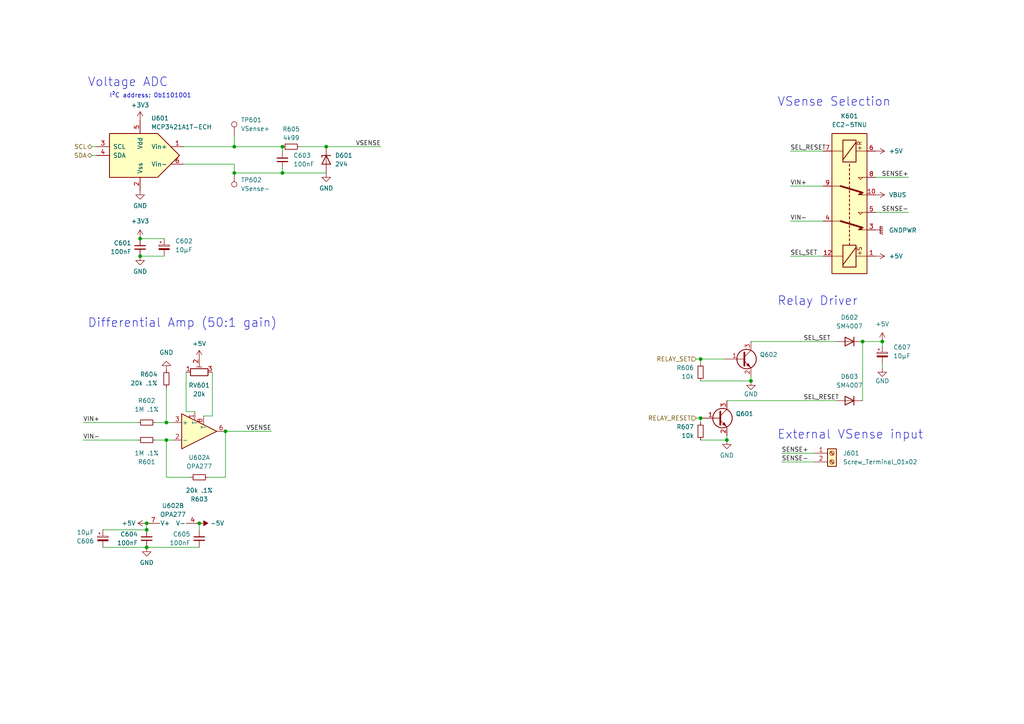
<source format=kicad_sch>
(kicad_sch (version 20211123) (generator eeschema)
  (paper "A4")
  (title_block (title "Dual Programmable Load Driver") (date "2022-04-01") (rev "2") (comment 1 "Input/feedback resistors on U602 must be .1%, low tempco") (comment 2 "RV601 adjusts VSense null offset"))
  (lib_symbols
    (symbol "Analog_ADC:MCP3421A0T-ECH" (pin_names (offset 1.016))
      (property "Reference" "U" (at -10.16 7.62 0))
      (property "Value" "MCP3421A0T-ECH" (at 2.54 7.62 0))
      (symbol "MCP3421A0T-ECH_0_1"
        (polyline (pts (xy -5.08 6.35) (xy 8.89 6.35) (xy 8.89 0) (xy 8.89 -6.35) (xy -5.08 -6.35) (xy -11.43 0) (xy -5.08 6.35)) (stroke (width 0.254)) (fill (type background)))
      )
      (symbol "MCP3421A0T-ECH_1_1"
        (pin passive line (at -12.7 2.54 0) (length 3.81) (name "Vin+") (number "1"))
        (pin power_in line (at 0 -10.16 90) (length 3.81) (name "Vss") (number "2"))
        (pin input line (at 12.7 2.54 180) (length 3.81) (name "SCL") (number "3"))
        (pin bidirectional line (at 12.7 0 180) (length 3.81) (name "SDA") (number "4"))
        (pin power_in line (at 0 10.16 270) (length 3.81) (name "Vdd") (number "5"))
        (pin passive line (at -12.7 -2.54 0) (length 3.81) (name "Vin-") (number "6"))
      )
    )
    (symbol "Connector:Screw_Terminal_01x02" (pin_names (offset 1.016) hide)
      (property "Reference" "J" (at 0 2.54 0))
      (property "Value" "Screw_Terminal_01x02" (at 0 -5.08 0))
      (symbol "Screw_Terminal_01x02_1_1"
        (rectangle (start -1.27 1.27) (end 1.27 -3.81) (stroke (width 0.254)) (fill (type background)))
        (circle (center 0 -2.54) (radius 0.635) (stroke (width 0.1524)))
        (polyline (pts (xy -0.5334 -2.2098) (xy 0.3302 -3.048)) (stroke (width 0.1524)))
        (polyline (pts (xy -0.5334 0.3302) (xy 0.3302 -0.508)) (stroke (width 0.1524)))
        (polyline (pts (xy -0.3556 -2.032) (xy 0.508 -2.8702)) (stroke (width 0.1524)))
        (polyline (pts (xy -0.3556 0.508) (xy 0.508 -0.3302)) (stroke (width 0.1524)))
        (circle (center 0 0) (radius 0.635) (stroke (width 0.1524)))
        (pin passive line (at -5.08 0 0) (length 3.81) (name "Pin_1") (number "1"))
        (pin passive line (at -5.08 -2.54 0) (length 3.81) (name "Pin_2") (number "2"))
      )
    )
    (symbol "Connector:TestPoint" (pin_numbers hide) (pin_names (offset 0.762) hide)
      (property "Reference" "TP" (at 0 6.858 0))
      (property "Value" "TestPoint" (at 0 5.08 0))
      (symbol "TestPoint_0_1"
        (circle (center 0 3.302) (radius 0.762))
      )
      (symbol "TestPoint_1_1"
        (pin passive line (at 0 0 90) (length 2.54) (name "1") (number "1"))
      )
    )
    (symbol "Device:C_Polarized_Small" (pin_numbers hide) (pin_names (offset 0.254) hide)
      (property "Reference" "C" (at 0.254 1.778 0))
      (property "Value" "C_Polarized_Small" (at 0.254 -2.032 0))
      (symbol "C_Polarized_Small_0_1"
        (rectangle (start -1.524 -0.3048) (end 1.524 -0.6858) (fill (type outline)))
        (rectangle (start -1.524 0.6858) (end 1.524 0.3048))
        (polyline (pts (xy -1.27 1.524) (xy -0.762 1.524)))
        (polyline (pts (xy -1.016 1.27) (xy -1.016 1.778)))
      )
      (symbol "C_Polarized_Small_1_1"
        (pin passive line (at 0 2.54 270) (length 1.8542) (name "~") (number "1"))
        (pin passive line (at 0 -2.54 90) (length 1.8542) (name "~") (number "2"))
      )
    )
    (symbol "Device:C_Small" (pin_numbers hide) (pin_names (offset 0.254) hide)
      (property "Reference" "C" (at 0.254 1.778 0))
      (property "Value" "C_Small" (at 0.254 -2.032 0))
      (symbol "C_Small_0_1"
        (polyline (pts (xy -1.524 -0.508) (xy 1.524 -0.508)) (stroke (width 0.3302)))
        (polyline (pts (xy -1.524 0.508) (xy 1.524 0.508)) (stroke (width 0.3048)))
      )
      (symbol "C_Small_1_1"
        (pin passive line (at 0 2.54 270) (length 2.032) (name "~") (number "1"))
        (pin passive line (at 0 -2.54 90) (length 2.032) (name "~") (number "2"))
      )
    )
    (symbol "Device:D_Zener" (pin_numbers hide) (pin_names (offset 1.016) hide)
      (property "Reference" "D" (at 0 2.54 0))
      (property "Value" "D_Zener" (at 0 -2.54 0))
      (symbol "D_Zener_0_1"
        (polyline (pts (xy 1.27 0) (xy -1.27 0)))
        (polyline (pts (xy -1.27 -1.27) (xy -1.27 1.27) (xy -0.762 1.27)) (stroke (width 0.254)))
        (polyline (pts (xy 1.27 -1.27) (xy 1.27 1.27) (xy -1.27 0) (xy 1.27 -1.27)) (stroke (width 0.254)))
      )
      (symbol "D_Zener_1_1"
        (pin passive line (at -3.81 0 0) (length 2.54) (name "K") (number "1"))
        (pin passive line (at 3.81 0 180) (length 2.54) (name "A") (number "2"))
      )
    )
    (symbol "Device:R_Potentiometer_Trim" (pin_names (offset 1.016) hide)
      (property "Reference" "RV" (at -4.445 0 90))
      (property "Value" "R_Potentiometer_Trim" (at -2.54 0 90))
      (symbol "R_Potentiometer_Trim_0_1"
        (polyline (pts (xy 1.524 0.762) (xy 1.524 -0.762)))
        (polyline (pts (xy 2.54 0) (xy 1.524 0)))
        (rectangle (start 1.016 2.54) (end -1.016 -2.54) (stroke (width 0.254)))
      )
      (symbol "R_Potentiometer_Trim_1_1"
        (pin passive line (at 0 3.81 270) (length 1.27) (name "1") (number "1"))
        (pin passive line (at 3.81 0 180) (length 1.27) (name "2") (number "2"))
        (pin passive line (at 0 -3.81 90) (length 1.27) (name "3") (number "3"))
      )
    )
    (symbol "Device:R_Small" (pin_numbers hide) (pin_names (offset 0.254) hide)
      (property "Reference" "R" (at 0.762 0.508 0))
      (property "Value" "R_Small" (at 0.762 -1.016 0))
      (symbol "R_Small_0_1"
        (rectangle (start -0.762 1.778) (end 0.762 -1.778) (stroke (width 0.2032)))
      )
      (symbol "R_Small_1_1"
        (pin passive line (at 0 2.54 270) (length 0.762) (name "~") (number "1"))
        (pin passive line (at 0 -2.54 90) (length 0.762) (name "~") (number "2"))
      )
    )
    (symbol "Diode:SM4007" (pin_numbers hide) (pin_names (offset 1.016) hide)
      (property "Reference" "D" (at 0 2.54 0))
      (property "Value" "SM4007" (at 0 -2.54 0))
      (symbol "SM4007_0_1"
        (polyline (pts (xy -1.27 1.27) (xy -1.27 -1.27)) (stroke (width 0.254)))
        (polyline (pts (xy 1.27 0) (xy -1.27 0)))
        (polyline (pts (xy 1.27 1.27) (xy 1.27 -1.27) (xy -1.27 0) (xy 1.27 1.27)) (stroke (width 0.254)))
      )
      (symbol "SM4007_1_1"
        (pin passive line (at -3.81 0 0) (length 2.54) (name "K") (number "1"))
        (pin passive line (at 3.81 0 180) (length 2.54) (name "A") (number "2"))
      )
    )
    (symbol "Relay:EC2-5TNU"
      (property "Reference" "K" (at 17.78 8.89 0))
      (property "Value" "EC2-5TNU" (at 21.59 6.35 0))
      (symbol "EC2-5TNU_1_1"
        (rectangle (start -20.32 5.08) (end 20.32 -5.08) (stroke (width 0.254)) (fill (type background)))
        (rectangle (start -18.415 1.905) (end -12.065 -1.905) (stroke (width 0.254)))
        (polyline (pts (xy -17.78 -1.905) (xy -12.7 1.905)) (stroke (width 0.254)))
        (polyline (pts (xy -15.24 -5.08) (xy -15.24 -1.905)))
        (polyline (pts (xy -15.24 5.08) (xy -15.24 1.905)))
        (polyline (pts (xy -12.065 0) (xy -11.43 0)) (stroke (width 0.254)))
        (polyline (pts (xy -10.795 0) (xy -10.16 0)) (stroke (width 0.254)))
        (polyline (pts (xy -9.525 0) (xy -8.89 0)) (stroke (width 0.254)))
        (polyline (pts (xy -8.255 0) (xy -7.62 0)) (stroke (width 0.254)))
        (polyline (pts (xy -6.985 0) (xy -6.35 0)) (stroke (width 0.254)))
        (polyline (pts (xy -5.715 0) (xy -5.08 0)) (stroke (width 0.254)))
        (polyline (pts (xy -5.08 -2.54) (xy -6.985 3.81)) (stroke (width 0.508)))
        (polyline (pts (xy -5.08 -2.54) (xy -5.08 -5.08)))
        (polyline (pts (xy -4.445 0) (xy -3.81 0)) (stroke (width 0.254)))
        (polyline (pts (xy -3.175 0) (xy -2.54 0)) (stroke (width 0.254)))
        (polyline (pts (xy -1.905 0) (xy -1.27 0)) (stroke (width 0.254)))
        (polyline (pts (xy -0.635 0) (xy 0 0)) (stroke (width 0.254)))
        (polyline (pts (xy 0.635 0) (xy 1.27 0)) (stroke (width 0.254)))
        (polyline (pts (xy 1.905 0) (xy 2.54 0)) (stroke (width 0.254)))
        (polyline (pts (xy 3.175 0) (xy 3.81 0)) (stroke (width 0.254)))
        (polyline (pts (xy 4.445 0) (xy 5.08 0)) (stroke (width 0.254)))
        (polyline (pts (xy 5.08 -2.54) (xy 3.175 3.81)) (stroke (width 0.508)))
        (polyline (pts (xy 5.08 -2.54) (xy 5.08 -5.08)))
        (polyline (pts (xy 5.715 0) (xy 6.35 0)) (stroke (width 0.254)))
        (polyline (pts (xy 6.985 0) (xy 7.62 0)) (stroke (width 0.254)))
        (polyline (pts (xy 8.255 0) (xy 8.89 0)) (stroke (width 0.254)))
        (polyline (pts (xy 9.525 0) (xy 10.16 0)) (stroke (width 0.254)))
        (polyline (pts (xy 10.795 0) (xy 11.43 0)) (stroke (width 0.254)))
        (polyline (pts (xy 12.7 -1.905) (xy 17.78 1.905)) (stroke (width 0.254)))
        (polyline (pts (xy 15.24 -5.08) (xy 15.24 -1.905)))
        (polyline (pts (xy 15.24 5.08) (xy 15.24 1.905)))
        (polyline (pts (xy -7.62 5.08) (xy -7.62 2.54) (xy -6.985 3.175) (xy -7.62 3.81)) (fill (type outline)))
        (polyline (pts (xy -2.54 5.08) (xy -2.54 2.54) (xy -3.175 3.175) (xy -2.54 3.81)))
        (polyline (pts (xy 2.54 5.08) (xy 2.54 2.54) (xy 3.175 3.175) (xy 2.54 3.81)) (fill (type outline)))
        (polyline (pts (xy 7.62 5.08) (xy 7.62 2.54) (xy 6.985 3.175) (xy 7.62 3.81)))
        (rectangle (start 12.065 1.905) (end 18.415 -1.905) (stroke (width 0.254)))
        (text "+" (at -14.351 2.921 0) (effects (font (size 1.27 1.27))))
        (text "+" (at 16.129 2.921 0) (effects (font (size 1.27 1.27))))
        (text "R" (at 17.526 2.921 0) (effects (font (size 1.27 1.27))))
        (text "S" (at -13.081 2.921 0) (effects (font (size 1.27 1.27))))
        (pin passive line (at -15.24 7.62 270) (length 2.54) (name "~") (number "1"))
        (pin passive line (at 2.54 7.62 270) (length 2.54) (name "~") (number "10"))
        (pin passive line (at -15.24 -7.62 90) (length 2.54) (name "~") (number "12"))
        (pin passive line (at -7.62 7.62 270) (length 2.54) (name "~") (number "3"))
        (pin passive line (at -5.08 -7.62 90) (length 2.54) (name "~") (number "4"))
        (pin passive line (at -2.54 7.62 270) (length 2.54) (name "~") (number "5"))
        (pin passive line (at 15.24 7.62 270) (length 2.54) (name "~") (number "6"))
        (pin passive line (at 15.24 -7.62 90) (length 2.54) (name "~") (number "7"))
        (pin passive line (at 7.62 7.62 270) (length 2.54) (name "~") (number "8"))
        (pin passive line (at 5.08 -7.62 90) (length 2.54) (name "~") (number "9"))
      )
    )
    (symbol "Transistor_BJT:MMBT3904" (pin_names (offset 0) hide)
      (property "Reference" "Q" (at 5.08 1.905 0))
      (property "Value" "MMBT3904" (at 5.08 0 0))
      (symbol "MMBT3904_0_1"
        (polyline (pts (xy 0.635 0.635) (xy 2.54 2.54)))
        (polyline (pts (xy 0.635 -0.635) (xy 2.54 -2.54) (xy 2.54 -2.54)))
        (polyline (pts (xy 0.635 1.905) (xy 0.635 -1.905) (xy 0.635 -1.905)) (stroke (width 0.508)))
        (polyline (pts (xy 1.27 -1.778) (xy 1.778 -1.27) (xy 2.286 -2.286) (xy 1.27 -1.778) (xy 1.27 -1.778)) (fill (type outline)))
        (circle (center 1.27 0) (radius 2.8194) (stroke (width 0.254)))
      )
      (symbol "MMBT3904_1_1"
        (pin input line (at -5.08 0 0) (length 5.715) (name "B") (number "1"))
        (pin passive line (at 2.54 -5.08 90) (length 2.54) (name "E") (number "2"))
        (pin passive line (at 2.54 5.08 270) (length 2.54) (name "C") (number "3"))
      )
    )
    (symbol "power:+3V3" (power) (pin_names (offset 0))
      (property "Value" "+3V3" (at 0 3.556 0))
      (symbol "+3V3_0_1"
        (polyline (pts (xy -0.762 1.27) (xy 0 2.54)))
        (polyline (pts (xy 0 0) (xy 0 2.54)))
        (polyline (pts (xy 0 2.54) (xy 0.762 1.27)))
      )
      (symbol "+3V3_1_1"
        (pin power_in line (at 0 0 90) (length 0) hide (name "+3V3") (number "1"))
      )
    )
    (symbol "power:+5V" (power) (pin_names (offset 0))
      (property "Value" "+5V" (at 0 3.556 0))
      (symbol "+5V_0_1"
        (polyline (pts (xy -0.762 1.27) (xy 0 2.54)))
        (polyline (pts (xy 0 0) (xy 0 2.54)))
        (polyline (pts (xy 0 2.54) (xy 0.762 1.27)))
      )
      (symbol "+5V_1_1"
        (pin power_in line (at 0 0 90) (length 0) hide (name "+5V") (number "1"))
      )
    )
    (symbol "power:-5V" (power) (pin_names (offset 0))
      (property "Value" "-5V" (at 0 3.81 0))
      (symbol "-5V_0_0"
        (pin power_in line (at 0 0 90) (length 0) hide (name "-5V") (number "1"))
      )
      (symbol "-5V_0_1"
        (polyline (pts (xy 0 0) (xy 0 1.27) (xy 0.762 1.27) (xy 0 2.54) (xy -0.762 1.27) (xy 0 1.27)) (fill (type outline)))
      )
    )
    (symbol "power:GND" (power) (pin_names (offset 0))
      (property "Value" "GND" (at 0 -3.81 0))
      (symbol "GND_0_1"
        (polyline (pts (xy 0 0) (xy 0 -1.27) (xy 1.27 -1.27) (xy 0 -2.54) (xy -1.27 -1.27) (xy 0 -1.27)))
      )
      (symbol "GND_1_1"
        (pin power_in line (at 0 0 270) (length 0) hide (name "GND") (number "1"))
      )
    )
    (symbol "power:GNDPWR" (power) (pin_names (offset 0))
      (property "Value" "GNDPWR" (at 0 -3.302 0))
      (symbol "GNDPWR_0_1"
        (polyline (pts (xy 0 -1.27) (xy 0 0)))
        (polyline (pts (xy -1.016 -1.27) (xy -1.27 -2.032) (xy -1.27 -2.032)) (stroke (width 0.2032)))
        (polyline (pts (xy -0.508 -1.27) (xy -0.762 -2.032) (xy -0.762 -2.032)) (stroke (width 0.2032)))
        (polyline (pts (xy 0 -1.27) (xy -0.254 -2.032) (xy -0.254 -2.032)) (stroke (width 0.2032)))
        (polyline (pts (xy 0.508 -1.27) (xy 0.254 -2.032) (xy 0.254 -2.032)) (stroke (width 0.2032)))
        (polyline (pts (xy 1.016 -1.27) (xy -1.016 -1.27) (xy -1.016 -1.27)) (stroke (width 0.2032)))
        (polyline (pts (xy 1.016 -1.27) (xy 0.762 -2.032) (xy 0.762 -2.032) (xy 0.762 -2.032)) (stroke (width 0.2032)))
      )
      (symbol "GNDPWR_1_1"
        (pin power_in line (at 0 0 270) (length 0) hide (name "GNDPWR") (number "1"))
      )
    )
    (symbol "power:VBUS" (power) (pin_names (offset 0))
      (property "Value" "VBUS" (at 0 3.81 0))
      (symbol "VBUS_0_1"
        (polyline (pts (xy -0.762 1.27) (xy 0 2.54)))
        (polyline (pts (xy 0 0) (xy 0 2.54)))
        (polyline (pts (xy 0 2.54) (xy 0.762 1.27)))
      )
      (symbol "VBUS_1_1"
        (pin power_in line (at 0 0 90) (length 0) hide (name "VBUS") (number "1"))
      )
    )
    (symbol "programmable-load:OPA277" (pin_names (offset 0.127))
      (property "Reference" "U" (at -5.08 8.89 0))
      (property "Value" "OPA277" (at 0 -5.08 0))
      (symbol "OPA277_1_1"
        (polyline (pts (xy -5.08 5.08) (xy 5.08 0) (xy -5.08 -5.08) (xy -5.08 5.08)) (stroke (width 0.254)) (fill (type background)))
        (pin passive line (at -1.27 5.715 270) (length 2.54) (name "T") (number "1"))
        (pin input line (at -7.62 -2.54 0) (length 2.54) (name "-") (number "2"))
        (pin input line (at -7.62 2.54 0) (length 2.54) (name "+") (number "3"))
        (pin no_connect line (at 5.08 -3.81 180) (length 2.54) hide (name "NC") (number "5"))
        (pin output line (at 7.62 0 180) (length 2.54) (name "~") (number "6"))
        (pin passive line (at 1.27 4.445 270) (length 2.54) (name "T") (number "8"))
      )
      (symbol "OPA277_2_1"
        (pin power_in line (at -2.54 -7.62 90) (length 3.81) (name "V-") (number "4"))
        (pin power_in line (at -2.54 7.62 270) (length 3.81) (name "V+") (number "7"))
      )
    )
  )
  (junction (at 217.805 110.49))
  (junction (at 81.915 50.165))
  (junction (at 65.405 125.095))
  (junction (at 48.26 122.555))
  (junction (at 40.64 69.215))
  (junction (at 210.82 127.635))
  (junction (at 67.945 50.165))
  (junction (at 203.2 121.285))
  (junction (at 67.945 42.545))
  (junction (at 42.545 153.67))
  (junction (at 94.615 42.545))
  (junction (at 57.785 151.765))
  (junction (at 255.905 99.06))
  (junction (at 40.64 74.295))
  (junction (at 81.915 42.545))
  (junction (at 48.26 127.635))
  (junction (at 203.2 104.14))
  (junction (at 42.545 151.765))
  (junction (at 250.19 99.06))
  (junction (at 42.545 158.75))
  (wire (pts (xy 238.76 74.295) (xy 229.235 74.295)))
  (wire (pts (xy 26.67 42.545) (xy 27.94 42.545)))
  (wire (pts (xy 86.995 42.545) (xy 94.615 42.545)))
  (wire (pts (xy 40.005 127.635) (xy 24.13 127.635)))
  (wire (pts (xy 203.2 104.14) (xy 203.2 105.41)))
  (wire (pts (xy 48.26 138.43) (xy 48.26 127.635)))
  (wire (pts (xy 238.76 43.815) (xy 229.235 43.815)))
  (wire (pts (xy 81.915 48.895) (xy 81.915 50.165)))
  (wire (pts (xy 45.085 127.635) (xy 48.26 127.635)))
  (wire (pts (xy 81.915 42.545) (xy 81.915 43.815)))
  (wire (pts (xy 26.67 45.085) (xy 27.94 45.085)))
  (wire (pts (xy 210.82 116.205) (xy 242.57 116.205)))
  (wire (pts (xy 203.2 121.285) (xy 203.2 122.555)))
  (wire (pts (xy 61.595 120.65) (xy 61.595 107.95)))
  (wire (pts (xy 254 51.435) (xy 263.525 51.435)))
  (wire (pts (xy 67.945 50.165) (xy 67.945 47.625)))
  (wire (pts (xy 57.785 151.765) (xy 57.785 153.67)))
  (wire (pts (xy 48.26 127.635) (xy 50.165 127.635)))
  (wire (pts (xy 250.19 99.06) (xy 250.19 116.205)))
  (wire (pts (xy 56.515 119.38) (xy 53.975 119.38)))
  (wire (pts (xy 201.93 121.285) (xy 203.2 121.285)))
  (wire (pts (xy 203.2 104.14) (xy 210.185 104.14)))
  (wire (pts (xy 45.085 122.555) (xy 48.26 122.555)))
  (wire (pts (xy 229.235 53.975) (xy 238.76 53.975)))
  (wire (pts (xy 29.845 153.67) (xy 42.545 153.67)))
  (wire (pts (xy 250.19 99.06) (xy 255.905 99.06)))
  (wire (pts (xy 217.805 109.22) (xy 217.805 110.49)))
  (wire (pts (xy 40.64 74.295) (xy 47.625 74.295)))
  (wire (pts (xy 48.26 112.395) (xy 48.26 122.555)))
  (wire (pts (xy 203.2 127.635) (xy 210.82 127.635)))
  (wire (pts (xy 67.945 39.37) (xy 67.945 42.545)))
  (wire (pts (xy 203.2 110.49) (xy 217.805 110.49)))
  (wire (pts (xy 42.545 158.75) (xy 57.785 158.75)))
  (wire (pts (xy 60.325 138.43) (xy 65.405 138.43)))
  (wire (pts (xy 210.82 127.635) (xy 210.82 126.365)))
  (wire (pts (xy 48.26 122.555) (xy 50.165 122.555)))
  (wire (pts (xy 65.405 138.43) (xy 65.405 125.095)))
  (wire (pts (xy 55.245 138.43) (xy 48.26 138.43)))
  (wire (pts (xy 201.93 104.14) (xy 203.2 104.14)))
  (wire (pts (xy 29.845 158.75) (xy 42.545 158.75)))
  (wire (pts (xy 67.945 47.625) (xy 53.34 47.625)))
  (wire (pts (xy 217.805 99.06) (xy 242.57 99.06)))
  (wire (pts (xy 59.055 120.65) (xy 61.595 120.65)))
  (wire (pts (xy 42.545 151.765) (xy 42.545 153.67)))
  (wire (pts (xy 94.615 42.545) (xy 110.49 42.545)))
  (wire (pts (xy 254 61.595) (xy 263.525 61.595)))
  (wire (pts (xy 229.235 64.135) (xy 238.76 64.135)))
  (wire (pts (xy 67.945 42.545) (xy 81.915 42.545)))
  (wire (pts (xy 65.405 125.095) (xy 78.74 125.095)))
  (wire (pts (xy 40.64 69.215) (xy 47.625 69.215)))
  (wire (pts (xy 40.005 122.555) (xy 24.13 122.555)))
  (wire (pts (xy 236.22 131.445) (xy 226.695 131.445)))
  (wire (pts (xy 255.905 105.41) (xy 255.905 106.68)))
  (wire (pts (xy 67.945 50.165) (xy 81.915 50.165)))
  (wire (pts (xy 236.22 133.985) (xy 226.695 133.985)))
  (wire (pts (xy 81.915 50.165) (xy 94.615 50.165)))
  (wire (pts (xy 53.34 42.545) (xy 67.945 42.545)))
  (wire (pts (xy 53.975 119.38) (xy 53.975 107.95)))
  (wire (pts (xy 255.905 99.06) (xy 255.905 100.33)))
  (text "External VSense input" (at 225.425 127.635 0) (effects (font (size 2.54 2.54)) (justify left bottom)))
  (text "Voltage ADC" (at 25.4 25.4 0) (effects (font (size 2.54 2.54)) (justify left bottom)))
  (text "Differential Amp (50:1 gain)" (at 25.4 95.25 0) (effects (font (size 2.54 2.54)) (justify left bottom)))
  (text "I²C address: 0b1101001" (at 31.75 28.575 0) (effects (font (size 1.27 1.27)) (justify left bottom)))
  (text "Relay Driver" (at 225.425 88.9 0) (effects (font (size 2.54 2.54)) (justify left bottom)))
  (text "VSense Selection" (at 225.425 31.115 0) (effects (font (size 2.54 2.54)) (justify left bottom)))
  (label "VIN-" (at 229.235 64.135 0))
  (label "VIN+" (at 229.235 53.975 0))
  (label "SEL_RESET" (at 233.045 116.205 0))
  (label "VSENSE" (at 110.49 42.545 180))
  (label "SEL_SET" (at 233.045 99.06 0))
  (label "VIN-" (at 24.13 127.635 0))
  (label "SEL_SET" (at 229.235 74.295 0))
  (label "SEL_RESET" (at 229.235 43.815 0))
  (label "VIN+" (at 24.13 122.555 0))
  (label "SENSE-" (at 263.525 61.595 180))
  (label "SENSE+" (at 226.695 131.445 0))
  (label "SENSE-" (at 226.695 133.985 0))
  (label "SENSE+" (at 263.525 51.435 180))
  (label "VSENSE" (at 78.74 125.095 180))
  (hierarchical_label "RELAY_RESET" (shape input) (at 201.93 121.285 180))
  (hierarchical_label "RELAY_SET" (shape input) (at 201.93 104.14 180))
  (hierarchical_label "SDA" (shape bidirectional) (at 26.67 45.085 180))
  (hierarchical_label "SCL" (shape bidirectional) (at 26.67 42.545 180))
  (symbol (lib_id "Device:R_Small") (at 48.26 109.855 0) (mirror x) (unit 1)
    (property "Reference" "R604" (at 45.72 108.5849 0) (effects (justify right)))
    (property "Value" "20k .1%" (at 45.72 111.1249 0) (effects (justify right)))
    (property "Footprint" "Resistor_SMD:R_0805_2012Metric_Pad1.20x1.40mm_HandSolder" (effects hide))
    (property "MPN" "ERA-6ARB203V" (effects hide))
  )
  (symbol (lib_id "power:GNDPWR") (at 254 66.675 90) (unit 1)
    (property "Reference" "#PWR0608" (effects hide))
    (property "Value" "GNDPWR" (at 257.81 66.8019 90) (effects (justify right)))
  )
  (symbol (lib_id "Device:C_Polarized_Small") (at 255.905 102.87 0) (unit 1)
    (property "Reference" "C607" (at 259.08 100.7109 0) (effects (justify left)))
    (property "Value" "10µF" (at 259.08 103.2509 0) (effects (justify left)))
    (property "Footprint" "Capacitor_THT:CP_Radial_D5.0mm_P2.00mm" (effects hide))
    (property "MPN" "860010472002" (effects hide))
  )
  (symbol (lib_id "Device:R_Small") (at 42.545 122.555 90) (unit 1)
    (property "Reference" "R602" (at 42.545 116.205 90))
    (property "Value" "1M .1%" (at 42.545 118.745 90))
    (property "Footprint" "Resistor_SMD:R_0805_2012Metric_Pad1.20x1.40mm_HandSolder" (effects hide))
    (property "MPN" "RN73C2A1M0BTDF" (effects hide))
  )
  (symbol (lib_id "Device:C_Polarized_Small") (at 29.845 156.21 0) (unit 1)
    (property "Reference" "C606" (at 27.305 156.934 0) (effects (justify right)))
    (property "Value" "10µF" (at 27.305 154.394 0) (effects (justify right)))
    (property "Footprint" "Capacitor_Tantalum_SMD:CP_EIA-3216-18_Kemet-A_Pad1.58x1.35mm_HandSolder" (effects hide))
    (property "MPN" "TAJA106K016RNJ" (effects hide))
  )
  (symbol (lib_id "power:GND") (at 255.905 106.68 0) (unit 1)
    (property "Reference" "#PWR0111" (effects hide))
    (property "Value" "GND" (at 255.905 110.49 0))
  )
  (symbol (lib_id "Connector:TestPoint") (at 67.945 39.37 0) (mirror y) (unit 1)
    (property "Reference" "TP601" (at 69.85 34.7979 0) (effects (justify right)))
    (property "Value" "VSense+" (at 69.85 37.3379 0) (effects (justify right)))
    (property "Footprint" "TestPoint:TestPoint_Keystone_5000-5004_Miniature" (effects hide))
    (property "Color" "Yellow" (effects hide))
    (property "MPN" "5004" (effects hide))
  )
  (symbol (lib_id "Device:C_Small") (at 57.785 156.21 0) (mirror y) (unit 1)
    (property "Reference" "C605" (at 55.245 154.9462 0) (effects (justify left)))
    (property "Value" "100nF" (at 55.245 157.4862 0) (effects (justify left)))
    (property "Footprint" "Capacitor_SMD:C_0805_2012Metric_Pad1.18x1.45mm_HandSolder" (effects hide))
  )
  (symbol (lib_id "Diode:SM4007") (at 246.38 116.205 180) (unit 1)
    (property "Reference" "D603" (at 246.38 109.22 0))
    (property "Value" "SM4007" (at 246.38 111.76 0))
    (property "Footprint" "Diode_SMD:D_SMA_Handsoldering" (effects hide))
    (property "Datasheet" "http://cdn-reichelt.de/documents/datenblatt/A400/SMD1N400%23DIO.pdf" (effects hide))
    (property "MPN" "FM4007W-W" (effects hide))
  )
  (symbol (lib_id "Device:D_Zener") (at 94.615 46.355 90) (mirror x) (unit 1)
    (property "Reference" "D601" (at 97.155 45.0849 90) (effects (justify right)))
    (property "Value" "2V4" (at 97.155 47.6249 90) (effects (justify right)))
    (property "Footprint" "Diode_SMD:D_MiniMELF_Handsoldering" (effects hide))
    (property "MPN" "BZV55-C2V4,135" (effects hide))
  )
  (symbol (lib_id "Device:C_Polarized_Small") (at 47.625 71.755 0) (unit 1)
    (property "Reference" "C602" (at 50.8 69.9388 0) (effects (justify left)))
    (property "Value" "10µF" (at 50.8 72.4788 0) (effects (justify left)))
    (property "Footprint" "Capacitor_Tantalum_SMD:CP_EIA-3216-18_Kemet-A_Pad1.58x1.35mm_HandSolder" (effects hide))
    (property "MPN" "TAJA106K016RNJ" (effects hide))
  )
  (symbol (lib_id "power:-5V") (at 57.785 151.765 270) (unit 1)
    (property "Reference" "#PWR0117" (effects hide))
    (property "Value" "-5V" (at 60.96 151.7649 90) (effects (justify left)))
  )
  (symbol (lib_id "programmable-load:OPA277") (at 57.785 125.095 0) (unit 1)
    (property "Reference" "U602" (at 57.785 132.715 0))
    (property "Value" "OPA277" (at 57.785 135.255 0))
    (property "Footprint" "Package_SO:SOIC-8_3.9x4.9mm_P1.27mm" (effects hide))
    (property "Datasheet" "https://www.analog.com/media/en/technical-documentation/data-sheets/OP179_279.pdf" (effects hide))
  )
  (symbol (lib_id "power:VBUS") (at 254 56.515 270) (unit 1)
    (property "Reference" "#PWR0607" (effects hide))
    (property "Value" "VBUS" (at 257.81 56.5149 90) (effects (justify left)))
  )
  (symbol (lib_id "Transistor_BJT:MMBT3904") (at 215.265 104.14 0) (unit 1)
    (property "Reference" "Q602" (at 220.345 102.8699 0) (effects (justify left)))
    (property "Datasheet" "https://www.onsemi.com/pub/Collateral/2N3903-D.PDF" (effects hide))
    (property "MPN" "MMBT3904,215" (effects hide))
  )
  (symbol (lib_id "Transistor_BJT:MMBT3904") (at 208.28 121.285 0) (unit 1)
    (property "Reference" "Q601" (at 213.36 120.0149 0) (effects (justify left)))
    (property "Datasheet" "https://www.onsemi.com/pub/Collateral/2N3903-D.PDF" (effects hide))
    (property "MPN" "MMBT3904,215" (effects hide))
  )
  (symbol (lib_id "Device:R_Small") (at 42.545 127.635 270) (unit 1)
    (property "Reference" "R601" (at 42.545 133.985 90))
    (property "Value" "1M .1%" (at 42.545 131.445 90))
    (property "Footprint" "Resistor_SMD:R_0805_2012Metric_Pad1.20x1.40mm_HandSolder" (effects hide))
    (property "MPN" "RN73C2A1M0BTDF" (effects hide))
  )
  (symbol (lib_id "Device:C_Small") (at 40.64 71.755 0) (mirror y) (unit 1)
    (property "Reference" "C601" (at 38.1 70.4912 0) (effects (justify left)))
    (property "Value" "100nF" (at 38.1 73.0312 0) (effects (justify left)))
    (property "Footprint" "Capacitor_SMD:C_0805_2012Metric_Pad1.18x1.45mm_HandSolder" (effects hide))
  )
  (symbol (lib_id "Device:R_Potentiometer_Trim") (at 57.785 107.95 90) (unit 1)
    (property "Reference" "RV601" (at 57.785 111.76 90))
    (property "Value" "20k" (at 57.785 114.3 90))
    (property "Footprint" "programmable-load:Potentiometer_Nidec_Copal_CT94EY" (effects hide))
    (property "MPN" "CT-94EY203" (effects hide))
  )
  (symbol (lib_id "power:+5V") (at 254 74.295 270) (unit 1)
    (property "Reference" "#PWR0119" (effects hide))
    (property "Value" "+5V" (at 257.81 74.2949 90) (effects (justify left)))
  )
  (symbol (lib_id "power:GND") (at 40.64 55.245 0) (unit 1)
    (property "Reference" "#PWR0602" (effects hide))
    (property "Value" "GND" (at 40.64 59.69 0))
  )
  (symbol (lib_id "power:+5V") (at 255.905 99.06 0) (unit 1)
    (property "Reference" "#PWR0120" (effects hide))
    (property "Value" "+5V" (at 255.905 93.98 0))
  )
  (symbol (lib_id "Analog_ADC:MCP3421A0T-ECH") (at 40.64 45.085 0) (mirror y) (unit 1)
    (property "Reference" "U601" (at 43.815 34.29 0) (effects (justify right)))
    (property "Value" "MCP3421A1T-ECH" (at 43.815 36.83 0) (effects (justify right)))
    (property "Footprint" "Package_TO_SOT_SMD:SOT-23-6_Handsoldering" (effects hide))
    (property "Datasheet" "http://ww1.microchip.com/downloads/en/DeviceDoc/22003e.pdf" (effects hide))
  )
  (symbol (lib_id "power:GND") (at 94.615 50.165 0) (unit 1)
    (property "Reference" "#PWR0112" (effects hide))
    (property "Value" "GND" (at 94.615 54.61 0))
  )
  (symbol (lib_id "Device:C_Small") (at 42.545 156.21 0) (mirror y) (unit 1)
    (property "Reference" "C604" (at 40.005 154.9462 0) (effects (justify left)))
    (property "Value" "100nF" (at 40.005 157.4862 0) (effects (justify left)))
    (property "Footprint" "Capacitor_SMD:C_0805_2012Metric_Pad1.18x1.45mm_HandSolder" (effects hide))
  )
  (symbol (lib_id "Device:R_Small") (at 84.455 42.545 90) (unit 1)
    (property "Reference" "R605" (at 84.455 37.465 90))
    (property "Value" "4k99" (at 84.455 40.005 90))
    (property "Footprint" "Resistor_SMD:R_0805_2012Metric_Pad1.20x1.40mm_HandSolder" (effects hide))
  )
  (symbol (lib_id "Relay:EC2-5TNU") (at 246.38 59.055 270) (mirror x) (unit 1)
    (property "Reference" "K601" (at 246.38 33.655 90))
    (property "Value" "EC2-5TNU" (at 246.38 36.195 90))
    (property "Footprint" "Relay_THT:Relay_DPDT_Kemet_EC2_DoubleCoil" (effects hide))
    (property "Datasheet" "https://content.kemet.com/datasheets/KEM_R7002_EC2_EE2.pdf" (effects hide))
    (property "MPN" "EC2-5TNU" (effects hide))
  )
  (symbol (lib_id "power:+3V3") (at 40.64 34.925 0) (unit 1)
    (property "Reference" "#PWR0601" (effects hide))
    (property "Value" "+3V3" (at 40.64 30.48 0))
  )
  (symbol (lib_id "power:GND") (at 48.26 107.315 180) (unit 1)
    (property "Reference" "#PWR0116" (effects hide))
    (property "Value" "GND" (at 48.26 102.235 0))
  )
  (symbol (lib_id "power:GND") (at 217.805 110.49 0) (unit 1)
    (property "Reference" "#PWR0606" (effects hide))
    (property "Value" "GND" (at 217.805 114.3 0))
  )
  (symbol (lib_id "Device:R_Small") (at 203.2 125.095 0) (mirror x) (unit 1)
    (property "Reference" "R607" (at 201.295 123.8249 0) (effects (justify right)))
    (property "Value" "10k" (at 201.295 126.3649 0) (effects (justify right)))
    (property "Footprint" "Resistor_SMD:R_0805_2012Metric_Pad1.20x1.40mm_HandSolder" (effects hide))
    (property "MPN" "RMC1/10-103JTP" (effects hide))
  )
  (symbol (lib_id "programmable-load:OPA277") (at 50.165 149.225 90) (unit 2)
    (property "Reference" "U602" (at 50.165 146.685 90))
    (property "Value" "OPA277" (at 50.165 149.225 90))
    (property "Footprint" "Package_SO:SOIC-8_3.9x4.9mm_P1.27mm" (effects hide))
    (property "Datasheet" "https://www.analog.com/media/en/technical-documentation/data-sheets/OP179_279.pdf" (effects hide))
  )
  (symbol (lib_id "Device:R_Small") (at 57.785 138.43 270) (unit 1)
    (property "Reference" "R603" (at 57.785 144.78 90))
    (property "Value" "20k .1%" (at 57.785 142.24 90))
    (property "Footprint" "Resistor_SMD:R_0805_2012Metric_Pad1.20x1.40mm_HandSolder" (effects hide))
    (property "MPN" "ERA-6ARB203V" (effects hide))
  )
  (symbol (lib_id "power:GND") (at 42.545 158.75 0) (unit 1)
    (property "Reference" "#PWR0113" (effects hide))
    (property "Value" "GND" (at 42.545 163.195 0))
  )
  (symbol (lib_id "power:+5V") (at 57.785 104.14 0) (unit 1)
    (property "Reference" "#PWR0115" (effects hide))
    (property "Value" "+5V" (at 57.785 99.695 0))
  )
  (symbol (lib_id "Device:R_Small") (at 203.2 107.95 0) (mirror x) (unit 1)
    (property "Reference" "R606" (at 201.295 106.6799 0) (effects (justify right)))
    (property "Value" "10k" (at 201.295 109.2199 0) (effects (justify right)))
    (property "Footprint" "Resistor_SMD:R_0805_2012Metric_Pad1.20x1.40mm_HandSolder" (effects hide))
    (property "MPN" "RMC1/10-103JTP" (effects hide))
  )
  (symbol (lib_id "power:GND") (at 40.64 74.295 0) (unit 1)
    (property "Reference" "#PWR0604" (effects hide))
    (property "Value" "GND" (at 40.64 78.74 0))
  )
  (symbol (lib_id "Connector:Screw_Terminal_01x02") (at 241.3 131.445 0) (unit 1)
    (property "Reference" "J601" (at 244.475 131.4449 0) (effects (justify left)))
    (property "Value" "Screw_Terminal_01x02" (at 244.475 133.9849 0) (effects (justify left)))
    (property "Footprint" "programmable-load:CUI_TBL002A-350-02GR-2OR" (effects hide))
    (property "MPN" "TBL002A-350-02GR-2OR" (effects hide))
  )
  (symbol (lib_id "Diode:SM4007") (at 246.38 99.06 180) (unit 1)
    (property "Reference" "D602" (at 246.38 92.075 0))
    (property "Value" "SM4007" (at 246.38 94.615 0))
    (property "Footprint" "Diode_SMD:D_SMA_Handsoldering" (effects hide))
    (property "Datasheet" "http://cdn-reichelt.de/documents/datenblatt/A400/SMD1N400%23DIO.pdf" (effects hide))
    (property "MPN" "FM4007W-W" (effects hide))
  )
  (symbol (lib_id "Device:C_Small") (at 81.915 46.355 0) (unit 1)
    (property "Reference" "C603" (at 85.09 45.0912 0) (effects (justify left)))
    (property "Value" "100nF" (at 85.09 47.6312 0) (effects (justify left)))
    (property "Footprint" "Capacitor_SMD:C_0805_2012Metric_Pad1.18x1.45mm_HandSolder" (effects hide))
  )
  (symbol (lib_id "Connector:TestPoint") (at 67.945 50.165 180) (unit 1)
    (property "Reference" "TP602" (at 69.85 52.1969 0) (effects (justify right)))
    (property "Value" "VSense-" (at 69.85 54.7369 0) (effects (justify right)))
    (property "Footprint" "TestPoint:TestPoint_Keystone_5000-5004_Miniature" (effects hide))
    (property "Color" "Black" (effects hide))
    (property "MPN" "5001" (effects hide))
  )
  (symbol (lib_id "power:+5V") (at 254 43.815 270) (unit 1)
    (property "Reference" "#PWR0118" (effects hide))
    (property "Value" "+5V" (at 257.81 43.8149 90) (effects (justify left)))
  )
  (symbol (lib_id "power:GND") (at 210.82 127.635 0) (unit 1)
    (property "Reference" "#PWR0605" (effects hide))
    (property "Value" "GND" (at 210.82 132.08 0))
  )
  (symbol (lib_id "power:+5V") (at 42.545 151.765 90) (unit 1)
    (property "Reference" "#PWR0114" (effects hide))
    (property "Value" "+5V" (at 39.37 151.7649 90) (effects (justify left)))
  )
  (symbol (lib_id "power:+3V3") (at 40.64 69.215 0) (unit 1)
    (property "Reference" "#PWR0603" (effects hide))
    (property "Value" "+3V3" (at 40.64 64.135 0))
  )
)
</source>
